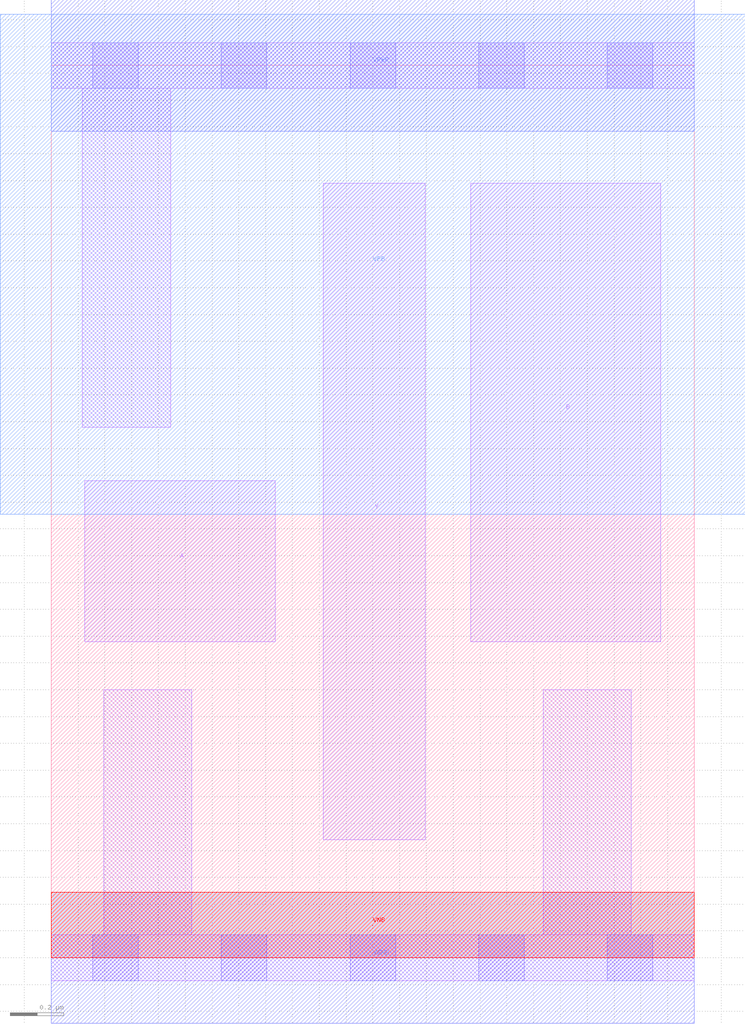
<source format=lef>
# Copyright 2020 The SkyWater PDK Authors
#
# Licensed under the Apache License, Version 2.0 (the "License");
# you may not use this file except in compliance with the License.
# You may obtain a copy of the License at
#
#     https://www.apache.org/licenses/LICENSE-2.0
#
# Unless required by applicable law or agreed to in writing, software
# distributed under the License is distributed on an "AS IS" BASIS,
# WITHOUT WARRANTIES OR CONDITIONS OF ANY KIND, either express or implied.
# See the License for the specific language governing permissions and
# limitations under the License.
#
# SPDX-License-Identifier: Apache-2.0

VERSION 5.7 ;
  NOWIREEXTENSIONATPIN ON ;
  DIVIDERCHAR "/" ;
  BUSBITCHARS "[]" ;
MACRO sky130_fd_sc_lp__nor2_lp2
  CLASS CORE ;
  FOREIGN sky130_fd_sc_lp__nor2_lp2 ;
  ORIGIN  0.000000  0.000000 ;
  SIZE  2.400000 BY  3.330000 ;
  SYMMETRY X Y R90 ;
  SITE unit ;
  PIN A
    ANTENNAGATEAREA  0.376000 ;
    DIRECTION INPUT ;
    USE SIGNAL ;
    PORT
      LAYER li1 ;
        RECT 0.125000 1.180000 0.835000 1.780000 ;
    END
  END A
  PIN B
    ANTENNAGATEAREA  0.376000 ;
    DIRECTION INPUT ;
    USE SIGNAL ;
    PORT
      LAYER li1 ;
        RECT 1.565000 1.180000 2.275000 2.890000 ;
    END
  END B
  PIN Y
    ANTENNADIFFAREA  0.382600 ;
    DIRECTION OUTPUT ;
    USE SIGNAL ;
    PORT
      LAYER li1 ;
        RECT 1.015000 0.440000 1.395000 2.890000 ;
    END
  END Y
  PIN VGND
    DIRECTION INOUT ;
    USE GROUND ;
    PORT
      LAYER met1 ;
        RECT 0.000000 -0.245000 2.400000 0.245000 ;
    END
  END VGND
  PIN VNB
    DIRECTION INOUT ;
    USE GROUND ;
    PORT
      LAYER pwell ;
        RECT 0.000000 0.000000 2.400000 0.245000 ;
    END
  END VNB
  PIN VPB
    DIRECTION INOUT ;
    USE POWER ;
    PORT
      LAYER nwell ;
        RECT -0.190000 1.655000 2.590000 3.520000 ;
    END
  END VPB
  PIN VPWR
    DIRECTION INOUT ;
    USE POWER ;
    PORT
      LAYER met1 ;
        RECT 0.000000 3.085000 2.400000 3.575000 ;
    END
  END VPWR
  OBS
    LAYER li1 ;
      RECT 0.000000 -0.085000 2.400000 0.085000 ;
      RECT 0.000000  3.245000 2.400000 3.415000 ;
      RECT 0.115000  1.980000 0.445000 3.245000 ;
      RECT 0.195000  0.085000 0.525000 1.000000 ;
      RECT 1.835000  0.085000 2.165000 1.000000 ;
    LAYER mcon ;
      RECT 0.155000 -0.085000 0.325000 0.085000 ;
      RECT 0.155000  3.245000 0.325000 3.415000 ;
      RECT 0.635000 -0.085000 0.805000 0.085000 ;
      RECT 0.635000  3.245000 0.805000 3.415000 ;
      RECT 1.115000 -0.085000 1.285000 0.085000 ;
      RECT 1.115000  3.245000 1.285000 3.415000 ;
      RECT 1.595000 -0.085000 1.765000 0.085000 ;
      RECT 1.595000  3.245000 1.765000 3.415000 ;
      RECT 2.075000 -0.085000 2.245000 0.085000 ;
      RECT 2.075000  3.245000 2.245000 3.415000 ;
  END
END sky130_fd_sc_lp__nor2_lp2
END LIBRARY

</source>
